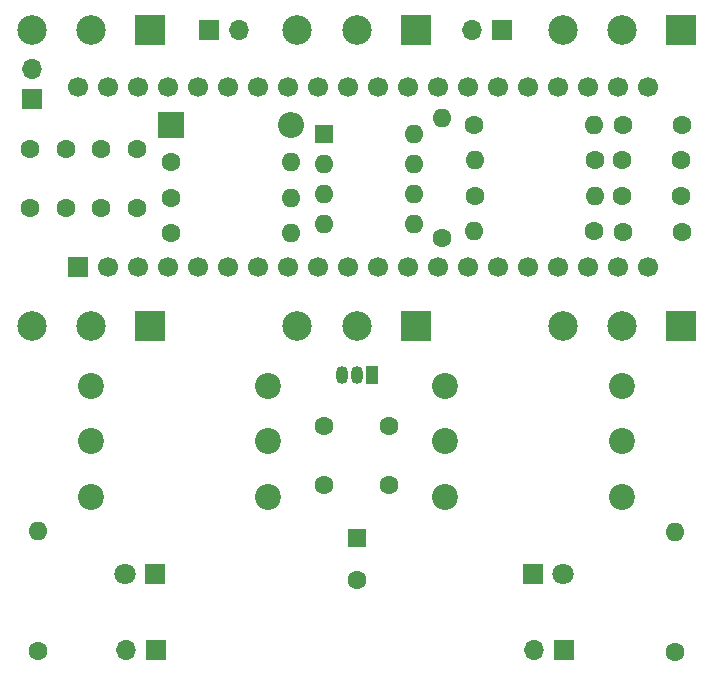
<source format=gbr>
%TF.GenerationSoftware,KiCad,Pcbnew,8.0.7*%
%TF.CreationDate,2025-02-19T13:31:19-05:00*%
%TF.ProjectId,OD1,4f44312e-6b69-4636-9164-5f7063625858,rev?*%
%TF.SameCoordinates,Original*%
%TF.FileFunction,Soldermask,Bot*%
%TF.FilePolarity,Negative*%
%FSLAX46Y46*%
G04 Gerber Fmt 4.6, Leading zero omitted, Abs format (unit mm)*
G04 Created by KiCad (PCBNEW 8.0.7) date 2025-02-19 13:31:19*
%MOMM*%
%LPD*%
G01*
G04 APERTURE LIST*
%ADD10R,2.500000X2.500000*%
%ADD11C,2.500000*%
%ADD12C,2.200000*%
%ADD13R,2.200000X2.200000*%
%ADD14O,2.200000X2.200000*%
%ADD15C,1.600000*%
%ADD16O,1.600000X1.600000*%
%ADD17R,1.600000X1.600000*%
%ADD18R,1.050000X1.500000*%
%ADD19O,1.050000X1.500000*%
%ADD20R,1.700000X1.700000*%
%ADD21O,1.700000X1.700000*%
%ADD22C,1.700000*%
%ADD23R,1.800000X1.800000*%
%ADD24C,1.800000*%
G04 APERTURE END LIST*
D10*
%TO.C,RV1*%
X183500000Y-58500000D03*
D11*
X178500000Y-58500000D03*
X173500000Y-58500000D03*
%TD*%
D10*
%TO.C,RV3*%
X228500000Y-58500000D03*
D11*
X223500000Y-58500000D03*
X218500000Y-58500000D03*
%TD*%
D12*
%TO.C,SW3*%
X193500000Y-98000000D03*
X193500000Y-93300000D03*
X193500000Y-88600000D03*
%TD*%
D10*
%TO.C,RV5*%
X206000000Y-83500000D03*
D11*
X201000000Y-83500000D03*
X196000000Y-83500000D03*
%TD*%
D12*
%TO.C,SW2*%
X208500000Y-98000000D03*
X208500000Y-93300000D03*
X208500000Y-88600000D03*
%TD*%
D13*
%TO.C,D1*%
X185290000Y-66550000D03*
D14*
X195450000Y-66550000D03*
%TD*%
D15*
%TO.C,R11*%
X211000000Y-72500000D03*
D16*
X221160000Y-72500000D03*
%TD*%
D10*
%TO.C,RV6*%
X228500000Y-83500000D03*
D11*
X223500000Y-83500000D03*
X218500000Y-83500000D03*
%TD*%
D15*
%TO.C,C15*%
X198250000Y-97000000D03*
X198250000Y-92000000D03*
%TD*%
D17*
%TO.C,C13*%
X201000000Y-101500000D03*
D15*
X201000000Y-105000000D03*
%TD*%
%TO.C,C8*%
X228500000Y-72550000D03*
X223500000Y-72550000D03*
%TD*%
D10*
%TO.C,RV2*%
X206000000Y-58500000D03*
D11*
X201000000Y-58500000D03*
X196000000Y-58500000D03*
%TD*%
D15*
%TO.C,C7*%
X223500000Y-69500000D03*
X228500000Y-69500000D03*
%TD*%
%TO.C,C9*%
X223570000Y-66550000D03*
X228570000Y-66550000D03*
%TD*%
D12*
%TO.C,SW4*%
X178500000Y-98000000D03*
X178500000Y-93300000D03*
X178500000Y-88600000D03*
%TD*%
D18*
%TO.C,U2*%
X202270000Y-87640000D03*
D19*
X201000000Y-87640000D03*
X199730000Y-87640000D03*
%TD*%
D20*
%TO.C,J_OUT1*%
X213275000Y-58500000D03*
D21*
X210735000Y-58500000D03*
%TD*%
D20*
%TO.C,A1*%
X177390000Y-78550000D03*
D22*
X179930000Y-78550000D03*
X182470000Y-78550000D03*
X185010000Y-78550000D03*
X187550000Y-78550000D03*
X190090000Y-78550000D03*
X192630000Y-78550000D03*
X195170000Y-78550000D03*
X197710000Y-78550000D03*
X200250000Y-78550000D03*
X202790000Y-78550000D03*
X205330000Y-78550000D03*
X207870000Y-78550000D03*
X210410000Y-78550000D03*
X212950000Y-78550000D03*
X215490000Y-78550000D03*
X218030000Y-78550000D03*
X220570000Y-78550000D03*
X223110000Y-78550000D03*
X225650000Y-78550000D03*
X225650000Y-63310000D03*
X223110000Y-63310000D03*
X220570000Y-63310000D03*
X218030000Y-63310000D03*
X215490000Y-63310000D03*
X212950000Y-63310000D03*
X210410000Y-63310000D03*
X207870000Y-63310000D03*
X205330000Y-63310000D03*
X202790000Y-63310000D03*
X200250000Y-63310000D03*
X197710000Y-63310000D03*
X195170000Y-63310000D03*
X192630000Y-63310000D03*
X190090000Y-63310000D03*
X187550000Y-63310000D03*
X185010000Y-63310000D03*
X182470000Y-63310000D03*
X179930000Y-63310000D03*
X177390000Y-63310000D03*
%TD*%
D15*
%TO.C,R1*%
X174000000Y-111080000D03*
D16*
X174000000Y-100920000D03*
%TD*%
D15*
%TO.C,R3*%
X185290000Y-69650000D03*
D16*
X195450000Y-69650000D03*
%TD*%
D15*
%TO.C,C3*%
X182370000Y-73500000D03*
X182370000Y-68500000D03*
%TD*%
D10*
%TO.C,RV4*%
X183500000Y-83500000D03*
D11*
X178500000Y-83500000D03*
X173500000Y-83500000D03*
%TD*%
D20*
%TO.C,FS1*%
X184000000Y-111000000D03*
D21*
X181460000Y-111000000D03*
%TD*%
D15*
%TO.C,C16*%
X203750000Y-97000000D03*
X203750000Y-92000000D03*
%TD*%
%TO.C,R12*%
X210920000Y-66500000D03*
D16*
X221080000Y-66500000D03*
%TD*%
D23*
%TO.C,LED2*%
X215960000Y-104500000D03*
D24*
X218500000Y-104500000D03*
%TD*%
D15*
%TO.C,C14*%
X173370000Y-73500000D03*
X173370000Y-68500000D03*
%TD*%
D23*
%TO.C,LED1*%
X183975000Y-104500000D03*
D24*
X181435000Y-104500000D03*
%TD*%
D15*
%TO.C,C1*%
X176370000Y-68500000D03*
X176370000Y-73500000D03*
%TD*%
D20*
%TO.C,FS2*%
X218540000Y-111000000D03*
D21*
X216000000Y-111000000D03*
%TD*%
D15*
%TO.C,C2*%
X179400000Y-68500000D03*
X179400000Y-73500000D03*
%TD*%
D20*
%TO.C,PWR1*%
X173500000Y-64290000D03*
D21*
X173500000Y-61750000D03*
%TD*%
D17*
%TO.C,U1*%
X198250000Y-67250000D03*
D16*
X198250000Y-69790000D03*
X198250000Y-72330000D03*
X198250000Y-74870000D03*
X205870000Y-74870000D03*
X205870000Y-72330000D03*
X205870000Y-69790000D03*
X205870000Y-67250000D03*
%TD*%
D15*
%TO.C,C17*%
X228570000Y-75550000D03*
X223570000Y-75550000D03*
%TD*%
D20*
%TO.C,J_IN1*%
X188500000Y-58500000D03*
D21*
X191040000Y-58500000D03*
%TD*%
D15*
%TO.C,R4*%
X185290000Y-72650000D03*
D16*
X195450000Y-72650000D03*
%TD*%
%TO.C,R13*%
X208250000Y-65920000D03*
D15*
X208250000Y-76080000D03*
%TD*%
%TO.C,R2*%
X228000000Y-111160000D03*
D16*
X228000000Y-101000000D03*
%TD*%
D15*
%TO.C,R9*%
X221180000Y-69500000D03*
D16*
X211020000Y-69500000D03*
%TD*%
D12*
%TO.C,SW1*%
X223500000Y-98000000D03*
X223500000Y-93300000D03*
X223500000Y-88600000D03*
%TD*%
D16*
%TO.C,R10*%
X210920000Y-75500000D03*
D15*
X221080000Y-75500000D03*
%TD*%
%TO.C,R5*%
X185290000Y-75650000D03*
D16*
X195450000Y-75650000D03*
%TD*%
M02*

</source>
